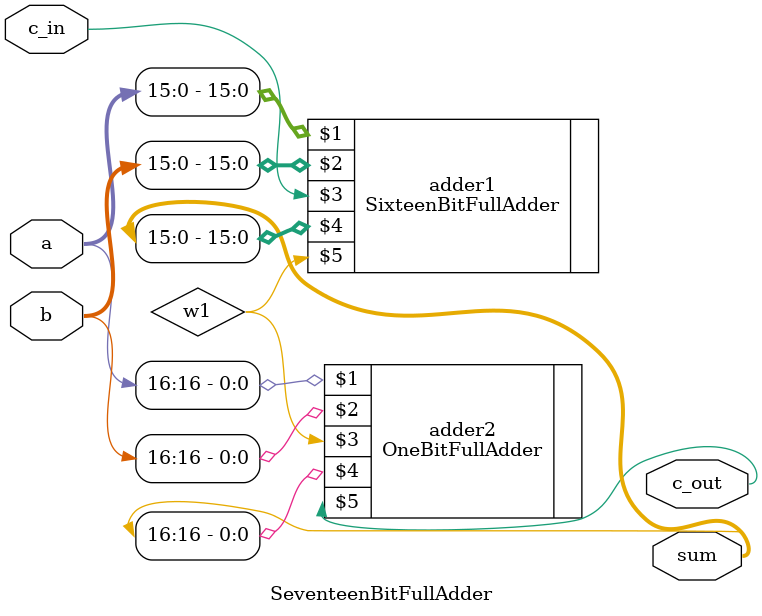
<source format=v>
/* SeventeenBitFullAdder.v

By: Jacob Williamson

Module Description:
A seventeen bit full adder module

Inputs:
a [16:0] - the first number to be added
b [16:0] - the second number to be added
c_in - carry in

Outputs:
sum [16:0] - the sum of the two numbers being added
c_out - carry out

*/

module SeventeenBitFullAdder(

	input [16:0] a,
	input [16:0] b,
	input c_in,
	output [16:0] sum,
	output c_out
	
);

	wire w1;

	SixteenBitFullAdder adder1(
		a[15:0],
		b[15:0],
		c_in,
		sum[15:0],
		w1
	);
	
	OneBitFullAdder adder2(
		a[16],
		b[16],
		w1,
		sum[16],
		c_out
	);
	
endmodule

</source>
